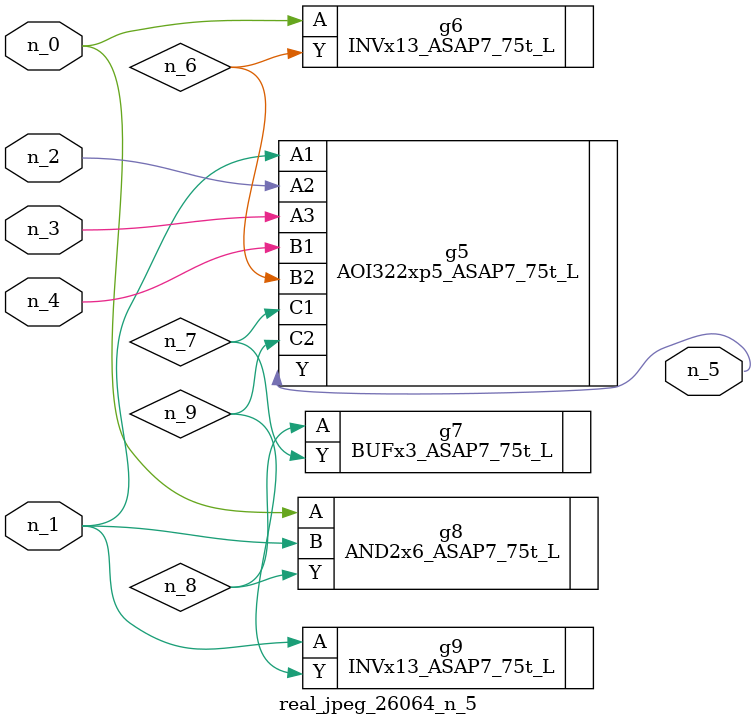
<source format=v>
module real_jpeg_26064_n_5 (n_4, n_0, n_1, n_2, n_3, n_5);

input n_4;
input n_0;
input n_1;
input n_2;
input n_3;

output n_5;

wire n_8;
wire n_6;
wire n_7;
wire n_9;

INVx13_ASAP7_75t_L g6 ( 
.A(n_0),
.Y(n_6)
);

AND2x6_ASAP7_75t_L g8 ( 
.A(n_0),
.B(n_1),
.Y(n_8)
);

AOI322xp5_ASAP7_75t_L g5 ( 
.A1(n_1),
.A2(n_2),
.A3(n_3),
.B1(n_4),
.B2(n_6),
.C1(n_7),
.C2(n_9),
.Y(n_5)
);

INVx13_ASAP7_75t_L g9 ( 
.A(n_1),
.Y(n_9)
);

BUFx3_ASAP7_75t_L g7 ( 
.A(n_8),
.Y(n_7)
);


endmodule
</source>
